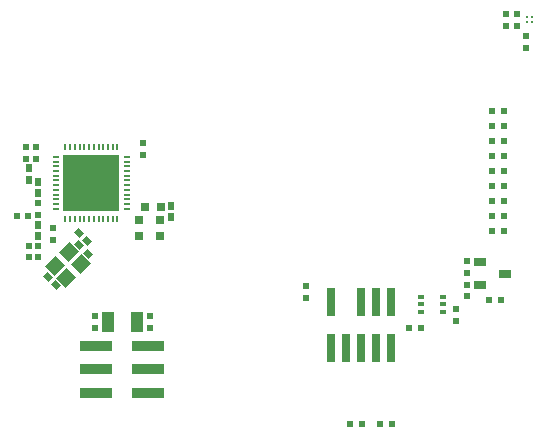
<source format=gtp>
%FSLAX24Y24*%
%MOIN*%
G70*
G01*
G75*
G04 Layer_Color=8421504*
%ADD10C,0.0060*%
%ADD11R,0.0197X0.0236*%
%ADD12C,0.0394*%
%ADD13R,0.0236X0.0217*%
%ADD14R,0.0394X0.0709*%
%ADD15R,0.0217X0.0236*%
G04:AMPARAMS|DCode=16|XSize=19.7mil|YSize=23.6mil|CornerRadius=0mil|HoleSize=0mil|Usage=FLASHONLY|Rotation=225.000|XOffset=0mil|YOffset=0mil|HoleType=Round|Shape=Rectangle|*
%AMROTATEDRECTD16*
4,1,4,-0.0014,0.0153,0.0153,-0.0014,0.0014,-0.0153,-0.0153,0.0014,-0.0014,0.0153,0.0*
%
%ADD16ROTATEDRECTD16*%

%ADD17R,0.0315X0.0295*%
%ADD18R,0.0197X0.0256*%
%ADD19C,0.0079*%
%ADD20R,0.0236X0.0157*%
%ADD21R,0.1083X0.0350*%
G04:AMPARAMS|DCode=22|XSize=47.2mil|YSize=43.3mil|CornerRadius=0mil|HoleSize=0mil|Usage=FLASHONLY|Rotation=45.000|XOffset=0mil|YOffset=0mil|HoleType=Round|Shape=Rectangle|*
%AMROTATEDRECTD22*
4,1,4,-0.0014,-0.0320,-0.0320,-0.0014,0.0014,0.0320,0.0320,0.0014,-0.0014,-0.0320,0.0*
%
%ADD22ROTATEDRECTD22*%

%ADD23C,0.0098*%
%ADD24R,0.0400X0.0300*%
%ADD25R,0.0299X0.0945*%
%ADD26R,0.0295X0.0315*%
%ADD27R,0.1850X0.1850*%
%ADD28O,0.0079X0.0256*%
%ADD29O,0.0256X0.0079*%
%ADD30R,0.0236X0.0197*%
%ADD31C,0.0090*%
%ADD32C,0.0100*%
%ADD33C,0.0500*%
%ADD34C,0.0080*%
%ADD35C,0.0150*%
%ADD36C,0.0354*%
%ADD37C,0.0591*%
%ADD38R,0.0591X0.0591*%
%ADD39C,0.0236*%
%ADD40R,0.0354X0.1043*%
%ADD41R,0.0394X0.0394*%
%ADD42R,0.0394X0.0394*%
%ADD43C,0.0039*%
%ADD44C,0.0098*%
%ADD45C,0.0079*%
%ADD46C,0.0059*%
%ADD47C,0.0118*%
%ADD48C,0.0050*%
%ADD49R,0.0420X0.1300*%
D11*
X3270Y6163D02*
D03*
Y6557D02*
D03*
X3170Y9453D02*
D03*
Y9847D02*
D03*
X3550Y7977D02*
D03*
Y7583D02*
D03*
Y6557D02*
D03*
Y6163D02*
D03*
X4050Y7127D02*
D03*
Y6733D02*
D03*
X3500Y9453D02*
D03*
Y9847D02*
D03*
X7060Y9573D02*
D03*
Y9967D02*
D03*
X5444Y4217D02*
D03*
Y3823D02*
D03*
X7304Y4217D02*
D03*
Y3823D02*
D03*
X19820Y13537D02*
D03*
Y13143D02*
D03*
X17850Y5257D02*
D03*
Y4863D02*
D03*
D13*
X18997Y4750D02*
D03*
X18603D02*
D03*
X19101Y7030D02*
D03*
X18707D02*
D03*
X19101Y7530D02*
D03*
X18707D02*
D03*
X18703Y8030D02*
D03*
X19097D02*
D03*
X18703Y8530D02*
D03*
X19097D02*
D03*
X18703Y9030D02*
D03*
X19097D02*
D03*
X18703Y9530D02*
D03*
X19097D02*
D03*
X18703Y10030D02*
D03*
X19097D02*
D03*
X18703Y10530D02*
D03*
X19097D02*
D03*
X18703Y11030D02*
D03*
X19097D02*
D03*
X15933Y3800D02*
D03*
X16327D02*
D03*
X13953Y600D02*
D03*
X14347D02*
D03*
X14953D02*
D03*
X15347D02*
D03*
D14*
X5882Y4020D02*
D03*
X6866D02*
D03*
D15*
X17850Y6037D02*
D03*
Y5643D02*
D03*
X19510Y14287D02*
D03*
Y13893D02*
D03*
X19150Y14287D02*
D03*
Y13893D02*
D03*
X17500Y4447D02*
D03*
Y4053D02*
D03*
X12500Y4803D02*
D03*
Y5197D02*
D03*
D16*
X4159Y5241D02*
D03*
X3881Y5519D02*
D03*
X4931Y6569D02*
D03*
X5209Y6291D02*
D03*
X4911Y6989D02*
D03*
X5189Y6711D02*
D03*
D17*
X6930Y6874D02*
D03*
Y7406D02*
D03*
X7640Y7398D02*
D03*
Y6867D02*
D03*
D18*
X3550Y8677D02*
D03*
Y8303D02*
D03*
X3270Y9127D02*
D03*
Y8753D02*
D03*
X3550Y7257D02*
D03*
Y6883D02*
D03*
X7980Y7877D02*
D03*
Y7503D02*
D03*
D20*
X17074Y4344D02*
D03*
Y4600D02*
D03*
Y4856D02*
D03*
X16326D02*
D03*
Y4600D02*
D03*
Y4344D02*
D03*
D21*
X7230Y1643D02*
D03*
Y2430D02*
D03*
Y3217D02*
D03*
X5478Y1643D02*
D03*
Y2430D02*
D03*
Y3217D02*
D03*
D22*
X4980Y5948D02*
D03*
X4590Y6338D02*
D03*
X4507Y5475D02*
D03*
X4117Y5864D02*
D03*
D23*
X20029Y14169D02*
D03*
Y14011D02*
D03*
X19871Y14169D02*
D03*
Y14011D02*
D03*
D24*
X18300Y6000D02*
D03*
Y5252D02*
D03*
X19127Y5626D02*
D03*
D25*
X15340Y3142D02*
D03*
X14840D02*
D03*
X14340D02*
D03*
X13840D02*
D03*
X13340D02*
D03*
X15340Y4678D02*
D03*
X14840D02*
D03*
X14340D02*
D03*
X13340D02*
D03*
D26*
X7114Y7850D02*
D03*
X7646D02*
D03*
D27*
X5340Y8650D02*
D03*
D28*
X6206Y7459D02*
D03*
X6049D02*
D03*
X5891D02*
D03*
X5734D02*
D03*
X5576D02*
D03*
X5419D02*
D03*
X5261D02*
D03*
X5104D02*
D03*
X4946D02*
D03*
X4789D02*
D03*
X4631D02*
D03*
X4474D02*
D03*
Y9841D02*
D03*
X4631D02*
D03*
X4789D02*
D03*
X4946D02*
D03*
X5104D02*
D03*
X5261D02*
D03*
X5419D02*
D03*
X5576D02*
D03*
X5734D02*
D03*
X5891D02*
D03*
X6049D02*
D03*
X6206D02*
D03*
D29*
X4149Y7784D02*
D03*
Y7941D02*
D03*
Y8099D02*
D03*
Y8256D02*
D03*
Y8414D02*
D03*
Y8571D02*
D03*
Y8729D02*
D03*
Y8886D02*
D03*
Y9044D02*
D03*
Y9201D02*
D03*
Y9359D02*
D03*
Y9516D02*
D03*
X6531D02*
D03*
Y9359D02*
D03*
Y9201D02*
D03*
Y9044D02*
D03*
Y8886D02*
D03*
Y8729D02*
D03*
Y8571D02*
D03*
Y8414D02*
D03*
Y8256D02*
D03*
Y8099D02*
D03*
Y7941D02*
D03*
Y7784D02*
D03*
D30*
X3237Y7560D02*
D03*
X2843D02*
D03*
M02*

</source>
